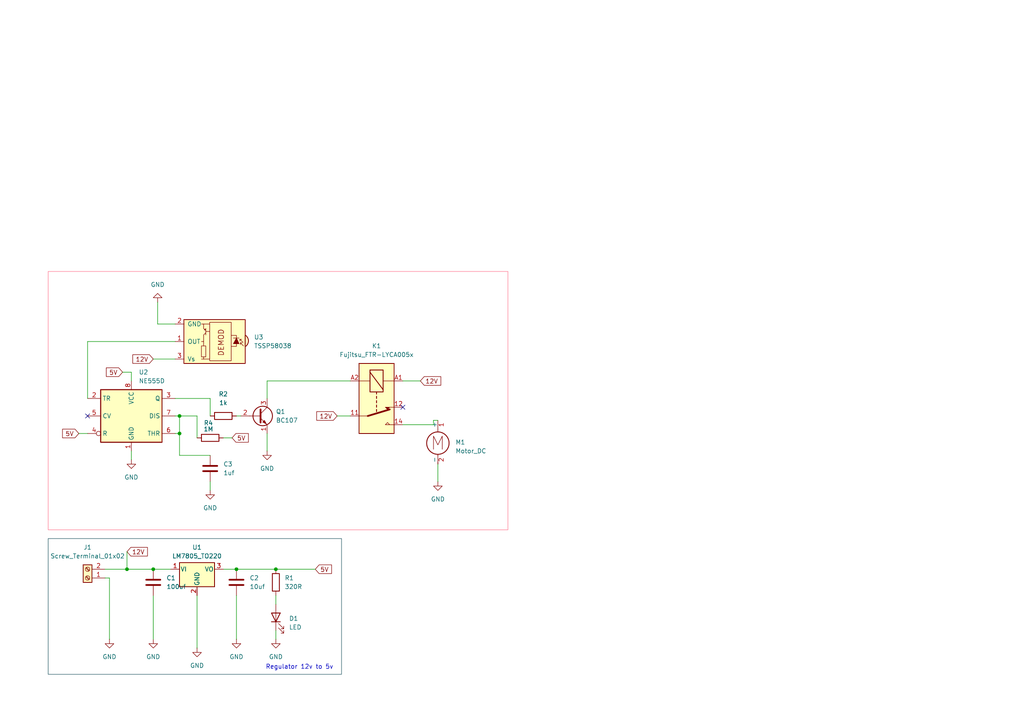
<source format=kicad_sch>
(kicad_sch
	(version 20250114)
	(generator "eeschema")
	(generator_version "9.0")
	(uuid "fbc91c46-a300-4a6a-b9ed-247fe8655149")
	(paper "A4")
	(lib_symbols
		(symbol "Connector:Screw_Terminal_01x02"
			(pin_names
				(offset 1.016)
				(hide yes)
			)
			(exclude_from_sim no)
			(in_bom yes)
			(on_board yes)
			(property "Reference" "J"
				(at 0 2.54 0)
				(effects
					(font
						(size 1.27 1.27)
					)
				)
			)
			(property "Value" "Screw_Terminal_01x02"
				(at 0 -5.08 0)
				(effects
					(font
						(size 1.27 1.27)
					)
				)
			)
			(property "Footprint" ""
				(at 0 0 0)
				(effects
					(font
						(size 1.27 1.27)
					)
					(hide yes)
				)
			)
			(property "Datasheet" "~"
				(at 0 0 0)
				(effects
					(font
						(size 1.27 1.27)
					)
					(hide yes)
				)
			)
			(property "Description" "Generic screw terminal, single row, 01x02, script generated (kicad-library-utils/schlib/autogen/connector/)"
				(at 0 0 0)
				(effects
					(font
						(size 1.27 1.27)
					)
					(hide yes)
				)
			)
			(property "ki_keywords" "screw terminal"
				(at 0 0 0)
				(effects
					(font
						(size 1.27 1.27)
					)
					(hide yes)
				)
			)
			(property "ki_fp_filters" "TerminalBlock*:*"
				(at 0 0 0)
				(effects
					(font
						(size 1.27 1.27)
					)
					(hide yes)
				)
			)
			(symbol "Screw_Terminal_01x02_1_1"
				(rectangle
					(start -1.27 1.27)
					(end 1.27 -3.81)
					(stroke
						(width 0.254)
						(type default)
					)
					(fill
						(type background)
					)
				)
				(polyline
					(pts
						(xy -0.5334 0.3302) (xy 0.3302 -0.508)
					)
					(stroke
						(width 0.1524)
						(type default)
					)
					(fill
						(type none)
					)
				)
				(polyline
					(pts
						(xy -0.5334 -2.2098) (xy 0.3302 -3.048)
					)
					(stroke
						(width 0.1524)
						(type default)
					)
					(fill
						(type none)
					)
				)
				(polyline
					(pts
						(xy -0.3556 0.508) (xy 0.508 -0.3302)
					)
					(stroke
						(width 0.1524)
						(type default)
					)
					(fill
						(type none)
					)
				)
				(polyline
					(pts
						(xy -0.3556 -2.032) (xy 0.508 -2.8702)
					)
					(stroke
						(width 0.1524)
						(type default)
					)
					(fill
						(type none)
					)
				)
				(circle
					(center 0 0)
					(radius 0.635)
					(stroke
						(width 0.1524)
						(type default)
					)
					(fill
						(type none)
					)
				)
				(circle
					(center 0 -2.54)
					(radius 0.635)
					(stroke
						(width 0.1524)
						(type default)
					)
					(fill
						(type none)
					)
				)
				(pin passive line
					(at -5.08 0 0)
					(length 3.81)
					(name "Pin_1"
						(effects
							(font
								(size 1.27 1.27)
							)
						)
					)
					(number "1"
						(effects
							(font
								(size 1.27 1.27)
							)
						)
					)
				)
				(pin passive line
					(at -5.08 -2.54 0)
					(length 3.81)
					(name "Pin_2"
						(effects
							(font
								(size 1.27 1.27)
							)
						)
					)
					(number "2"
						(effects
							(font
								(size 1.27 1.27)
							)
						)
					)
				)
			)
			(embedded_fonts no)
		)
		(symbol "Device:C"
			(pin_numbers
				(hide yes)
			)
			(pin_names
				(offset 0.254)
			)
			(exclude_from_sim no)
			(in_bom yes)
			(on_board yes)
			(property "Reference" "C"
				(at 0.635 2.54 0)
				(effects
					(font
						(size 1.27 1.27)
					)
					(justify left)
				)
			)
			(property "Value" "C"
				(at 0.635 -2.54 0)
				(effects
					(font
						(size 1.27 1.27)
					)
					(justify left)
				)
			)
			(property "Footprint" ""
				(at 0.9652 -3.81 0)
				(effects
					(font
						(size 1.27 1.27)
					)
					(hide yes)
				)
			)
			(property "Datasheet" "~"
				(at 0 0 0)
				(effects
					(font
						(size 1.27 1.27)
					)
					(hide yes)
				)
			)
			(property "Description" "Unpolarized capacitor"
				(at 0 0 0)
				(effects
					(font
						(size 1.27 1.27)
					)
					(hide yes)
				)
			)
			(property "ki_keywords" "cap capacitor"
				(at 0 0 0)
				(effects
					(font
						(size 1.27 1.27)
					)
					(hide yes)
				)
			)
			(property "ki_fp_filters" "C_*"
				(at 0 0 0)
				(effects
					(font
						(size 1.27 1.27)
					)
					(hide yes)
				)
			)
			(symbol "C_0_1"
				(polyline
					(pts
						(xy -2.032 0.762) (xy 2.032 0.762)
					)
					(stroke
						(width 0.508)
						(type default)
					)
					(fill
						(type none)
					)
				)
				(polyline
					(pts
						(xy -2.032 -0.762) (xy 2.032 -0.762)
					)
					(stroke
						(width 0.508)
						(type default)
					)
					(fill
						(type none)
					)
				)
			)
			(symbol "C_1_1"
				(pin passive line
					(at 0 3.81 270)
					(length 2.794)
					(name "~"
						(effects
							(font
								(size 1.27 1.27)
							)
						)
					)
					(number "1"
						(effects
							(font
								(size 1.27 1.27)
							)
						)
					)
				)
				(pin passive line
					(at 0 -3.81 90)
					(length 2.794)
					(name "~"
						(effects
							(font
								(size 1.27 1.27)
							)
						)
					)
					(number "2"
						(effects
							(font
								(size 1.27 1.27)
							)
						)
					)
				)
			)
			(embedded_fonts no)
		)
		(symbol "Device:LED"
			(pin_numbers
				(hide yes)
			)
			(pin_names
				(offset 1.016)
				(hide yes)
			)
			(exclude_from_sim no)
			(in_bom yes)
			(on_board yes)
			(property "Reference" "D"
				(at 0 2.54 0)
				(effects
					(font
						(size 1.27 1.27)
					)
				)
			)
			(property "Value" "LED"
				(at 0 -2.54 0)
				(effects
					(font
						(size 1.27 1.27)
					)
				)
			)
			(property "Footprint" ""
				(at 0 0 0)
				(effects
					(font
						(size 1.27 1.27)
					)
					(hide yes)
				)
			)
			(property "Datasheet" "~"
				(at 0 0 0)
				(effects
					(font
						(size 1.27 1.27)
					)
					(hide yes)
				)
			)
			(property "Description" "Light emitting diode"
				(at 0 0 0)
				(effects
					(font
						(size 1.27 1.27)
					)
					(hide yes)
				)
			)
			(property "Sim.Pins" "1=K 2=A"
				(at 0 0 0)
				(effects
					(font
						(size 1.27 1.27)
					)
					(hide yes)
				)
			)
			(property "ki_keywords" "LED diode"
				(at 0 0 0)
				(effects
					(font
						(size 1.27 1.27)
					)
					(hide yes)
				)
			)
			(property "ki_fp_filters" "LED* LED_SMD:* LED_THT:*"
				(at 0 0 0)
				(effects
					(font
						(size 1.27 1.27)
					)
					(hide yes)
				)
			)
			(symbol "LED_0_1"
				(polyline
					(pts
						(xy -3.048 -0.762) (xy -4.572 -2.286) (xy -3.81 -2.286) (xy -4.572 -2.286) (xy -4.572 -1.524)
					)
					(stroke
						(width 0)
						(type default)
					)
					(fill
						(type none)
					)
				)
				(polyline
					(pts
						(xy -1.778 -0.762) (xy -3.302 -2.286) (xy -2.54 -2.286) (xy -3.302 -2.286) (xy -3.302 -1.524)
					)
					(stroke
						(width 0)
						(type default)
					)
					(fill
						(type none)
					)
				)
				(polyline
					(pts
						(xy -1.27 0) (xy 1.27 0)
					)
					(stroke
						(width 0)
						(type default)
					)
					(fill
						(type none)
					)
				)
				(polyline
					(pts
						(xy -1.27 -1.27) (xy -1.27 1.27)
					)
					(stroke
						(width 0.254)
						(type default)
					)
					(fill
						(type none)
					)
				)
				(polyline
					(pts
						(xy 1.27 -1.27) (xy 1.27 1.27) (xy -1.27 0) (xy 1.27 -1.27)
					)
					(stroke
						(width 0.254)
						(type default)
					)
					(fill
						(type none)
					)
				)
			)
			(symbol "LED_1_1"
				(pin passive line
					(at -3.81 0 0)
					(length 2.54)
					(name "K"
						(effects
							(font
								(size 1.27 1.27)
							)
						)
					)
					(number "1"
						(effects
							(font
								(size 1.27 1.27)
							)
						)
					)
				)
				(pin passive line
					(at 3.81 0 180)
					(length 2.54)
					(name "A"
						(effects
							(font
								(size 1.27 1.27)
							)
						)
					)
					(number "2"
						(effects
							(font
								(size 1.27 1.27)
							)
						)
					)
				)
			)
			(embedded_fonts no)
		)
		(symbol "Device:R"
			(pin_numbers
				(hide yes)
			)
			(pin_names
				(offset 0)
			)
			(exclude_from_sim no)
			(in_bom yes)
			(on_board yes)
			(property "Reference" "R"
				(at 2.032 0 90)
				(effects
					(font
						(size 1.27 1.27)
					)
				)
			)
			(property "Value" "R"
				(at 0 0 90)
				(effects
					(font
						(size 1.27 1.27)
					)
				)
			)
			(property "Footprint" ""
				(at -1.778 0 90)
				(effects
					(font
						(size 1.27 1.27)
					)
					(hide yes)
				)
			)
			(property "Datasheet" "~"
				(at 0 0 0)
				(effects
					(font
						(size 1.27 1.27)
					)
					(hide yes)
				)
			)
			(property "Description" "Resistor"
				(at 0 0 0)
				(effects
					(font
						(size 1.27 1.27)
					)
					(hide yes)
				)
			)
			(property "ki_keywords" "R res resistor"
				(at 0 0 0)
				(effects
					(font
						(size 1.27 1.27)
					)
					(hide yes)
				)
			)
			(property "ki_fp_filters" "R_*"
				(at 0 0 0)
				(effects
					(font
						(size 1.27 1.27)
					)
					(hide yes)
				)
			)
			(symbol "R_0_1"
				(rectangle
					(start -1.016 -2.54)
					(end 1.016 2.54)
					(stroke
						(width 0.254)
						(type default)
					)
					(fill
						(type none)
					)
				)
			)
			(symbol "R_1_1"
				(pin passive line
					(at 0 3.81 270)
					(length 1.27)
					(name "~"
						(effects
							(font
								(size 1.27 1.27)
							)
						)
					)
					(number "1"
						(effects
							(font
								(size 1.27 1.27)
							)
						)
					)
				)
				(pin passive line
					(at 0 -3.81 90)
					(length 1.27)
					(name "~"
						(effects
							(font
								(size 1.27 1.27)
							)
						)
					)
					(number "2"
						(effects
							(font
								(size 1.27 1.27)
							)
						)
					)
				)
			)
			(embedded_fonts no)
		)
		(symbol "Motor:Motor_DC"
			(pin_names
				(offset 0)
			)
			(exclude_from_sim no)
			(in_bom yes)
			(on_board yes)
			(property "Reference" "M"
				(at 2.54 2.54 0)
				(effects
					(font
						(size 1.27 1.27)
					)
					(justify left)
				)
			)
			(property "Value" "Motor_DC"
				(at 2.54 -5.08 0)
				(effects
					(font
						(size 1.27 1.27)
					)
					(justify left top)
				)
			)
			(property "Footprint" ""
				(at 0 -2.286 0)
				(effects
					(font
						(size 1.27 1.27)
					)
					(hide yes)
				)
			)
			(property "Datasheet" "~"
				(at 0 -2.286 0)
				(effects
					(font
						(size 1.27 1.27)
					)
					(hide yes)
				)
			)
			(property "Description" "DC Motor"
				(at 0 0 0)
				(effects
					(font
						(size 1.27 1.27)
					)
					(hide yes)
				)
			)
			(property "ki_keywords" "DC Motor"
				(at 0 0 0)
				(effects
					(font
						(size 1.27 1.27)
					)
					(hide yes)
				)
			)
			(property "ki_fp_filters" "PinHeader*P2.54mm* TerminalBlock*"
				(at 0 0 0)
				(effects
					(font
						(size 1.27 1.27)
					)
					(hide yes)
				)
			)
			(symbol "Motor_DC_0_0"
				(polyline
					(pts
						(xy -1.27 -3.302) (xy -1.27 0.508) (xy 0 -2.032) (xy 1.27 0.508) (xy 1.27 -3.302)
					)
					(stroke
						(width 0)
						(type default)
					)
					(fill
						(type none)
					)
				)
			)
			(symbol "Motor_DC_0_1"
				(polyline
					(pts
						(xy 0 2.032) (xy 0 2.54)
					)
					(stroke
						(width 0)
						(type default)
					)
					(fill
						(type none)
					)
				)
				(polyline
					(pts
						(xy 0 1.7272) (xy 0 2.0828)
					)
					(stroke
						(width 0)
						(type default)
					)
					(fill
						(type none)
					)
				)
				(circle
					(center 0 -1.524)
					(radius 3.2512)
					(stroke
						(width 0.254)
						(type default)
					)
					(fill
						(type none)
					)
				)
				(polyline
					(pts
						(xy 0 -4.7752) (xy 0 -5.1816)
					)
					(stroke
						(width 0)
						(type default)
					)
					(fill
						(type none)
					)
				)
				(polyline
					(pts
						(xy 0 -7.62) (xy 0 -7.112)
					)
					(stroke
						(width 0)
						(type default)
					)
					(fill
						(type none)
					)
				)
			)
			(symbol "Motor_DC_1_1"
				(pin passive line
					(at 0 5.08 270)
					(length 2.54)
					(name "+"
						(effects
							(font
								(size 1.27 1.27)
							)
						)
					)
					(number "1"
						(effects
							(font
								(size 1.27 1.27)
							)
						)
					)
				)
				(pin passive line
					(at 0 -7.62 90)
					(length 2.54)
					(name "-"
						(effects
							(font
								(size 1.27 1.27)
							)
						)
					)
					(number "2"
						(effects
							(font
								(size 1.27 1.27)
							)
						)
					)
				)
			)
			(embedded_fonts no)
		)
		(symbol "Regulator_Linear:LM7805_TO220"
			(pin_names
				(offset 0.254)
			)
			(exclude_from_sim no)
			(in_bom yes)
			(on_board yes)
			(property "Reference" "U"
				(at -3.81 3.175 0)
				(effects
					(font
						(size 1.27 1.27)
					)
				)
			)
			(property "Value" "LM7805_TO220"
				(at 0 3.175 0)
				(effects
					(font
						(size 1.27 1.27)
					)
					(justify left)
				)
			)
			(property "Footprint" "Package_TO_SOT_THT:TO-220-3_Vertical"
				(at 0 5.715 0)
				(effects
					(font
						(size 1.27 1.27)
						(italic yes)
					)
					(hide yes)
				)
			)
			(property "Datasheet" "https://www.onsemi.cn/PowerSolutions/document/MC7800-D.PDF"
				(at 0 -1.27 0)
				(effects
					(font
						(size 1.27 1.27)
					)
					(hide yes)
				)
			)
			(property "Description" "Positive 1A 35V Linear Regulator, Fixed Output 5V, TO-220"
				(at 0 0 0)
				(effects
					(font
						(size 1.27 1.27)
					)
					(hide yes)
				)
			)
			(property "ki_keywords" "Voltage Regulator 1A Positive"
				(at 0 0 0)
				(effects
					(font
						(size 1.27 1.27)
					)
					(hide yes)
				)
			)
			(property "ki_fp_filters" "TO?220*"
				(at 0 0 0)
				(effects
					(font
						(size 1.27 1.27)
					)
					(hide yes)
				)
			)
			(symbol "LM7805_TO220_0_1"
				(rectangle
					(start -5.08 1.905)
					(end 5.08 -5.08)
					(stroke
						(width 0.254)
						(type default)
					)
					(fill
						(type background)
					)
				)
			)
			(symbol "LM7805_TO220_1_1"
				(pin power_in line
					(at -7.62 0 0)
					(length 2.54)
					(name "VI"
						(effects
							(font
								(size 1.27 1.27)
							)
						)
					)
					(number "1"
						(effects
							(font
								(size 1.27 1.27)
							)
						)
					)
				)
				(pin power_in line
					(at 0 -7.62 90)
					(length 2.54)
					(name "GND"
						(effects
							(font
								(size 1.27 1.27)
							)
						)
					)
					(number "2"
						(effects
							(font
								(size 1.27 1.27)
							)
						)
					)
				)
				(pin power_out line
					(at 7.62 0 180)
					(length 2.54)
					(name "VO"
						(effects
							(font
								(size 1.27 1.27)
							)
						)
					)
					(number "3"
						(effects
							(font
								(size 1.27 1.27)
							)
						)
					)
				)
			)
			(embedded_fonts no)
		)
		(symbol "Relay:Fujitsu_FTR-LYCA005x"
			(exclude_from_sim no)
			(in_bom yes)
			(on_board yes)
			(property "Reference" "K"
				(at 11.43 3.81 0)
				(effects
					(font
						(size 1.27 1.27)
					)
					(justify left)
				)
			)
			(property "Value" "Fujitsu_FTR-LYCA005x"
				(at 11.43 1.27 0)
				(effects
					(font
						(size 1.27 1.27)
					)
					(justify left)
				)
			)
			(property "Footprint" "Relay_THT:Relay_SPDT_Fujitsu_FTR-LYCA005x_FormC_Vertical"
				(at 11.43 -1.27 0)
				(effects
					(font
						(size 1.27 1.27)
					)
					(justify left)
					(hide yes)
				)
			)
			(property "Datasheet" "https://www.fujitsu.com/sg/imagesgig5/ftr-ly.pdf"
				(at 16.51 -3.81 0)
				(effects
					(font
						(size 1.27 1.27)
					)
					(justify left)
					(hide yes)
				)
			)
			(property "Description" "Relay, SPDT Form C, vertical mount, 5-60V coil, 6A, 250VAC, 28 x 5 x 15mm"
				(at 0 0 0)
				(effects
					(font
						(size 1.27 1.27)
					)
					(hide yes)
				)
			)
			(property "ki_keywords" "6A SPDT Relay"
				(at 0 0 0)
				(effects
					(font
						(size 1.27 1.27)
					)
					(hide yes)
				)
			)
			(property "ki_fp_filters" "Relay*Fujitsu*FTR?LYC*"
				(at 0 0 0)
				(effects
					(font
						(size 1.27 1.27)
					)
					(hide yes)
				)
			)
			(symbol "Fujitsu_FTR-LYCA005x_0_0"
				(polyline
					(pts
						(xy 7.62 5.08) (xy 7.62 2.54) (xy 6.985 3.175) (xy 7.62 3.81)
					)
					(stroke
						(width 0)
						(type default)
					)
					(fill
						(type none)
					)
				)
			)
			(symbol "Fujitsu_FTR-LYCA005x_0_1"
				(rectangle
					(start -10.16 5.08)
					(end 10.16 -5.08)
					(stroke
						(width 0.254)
						(type default)
					)
					(fill
						(type background)
					)
				)
				(rectangle
					(start -8.255 1.905)
					(end -1.905 -1.905)
					(stroke
						(width 0.254)
						(type default)
					)
					(fill
						(type none)
					)
				)
				(polyline
					(pts
						(xy -7.62 -1.905) (xy -2.54 1.905)
					)
					(stroke
						(width 0.254)
						(type default)
					)
					(fill
						(type none)
					)
				)
				(polyline
					(pts
						(xy -5.08 5.08) (xy -5.08 1.905)
					)
					(stroke
						(width 0)
						(type default)
					)
					(fill
						(type none)
					)
				)
				(polyline
					(pts
						(xy -5.08 -5.08) (xy -5.08 -1.905)
					)
					(stroke
						(width 0)
						(type default)
					)
					(fill
						(type none)
					)
				)
				(polyline
					(pts
						(xy -1.905 0) (xy -1.27 0)
					)
					(stroke
						(width 0.254)
						(type default)
					)
					(fill
						(type none)
					)
				)
				(polyline
					(pts
						(xy -0.635 0) (xy 0 0)
					)
					(stroke
						(width 0.254)
						(type default)
					)
					(fill
						(type none)
					)
				)
				(polyline
					(pts
						(xy 0.635 0) (xy 1.27 0)
					)
					(stroke
						(width 0.254)
						(type default)
					)
					(fill
						(type none)
					)
				)
				(polyline
					(pts
						(xy 1.905 0) (xy 2.54 0)
					)
					(stroke
						(width 0.254)
						(type default)
					)
					(fill
						(type none)
					)
				)
				(polyline
					(pts
						(xy 2.54 5.08) (xy 2.54 2.54) (xy 3.175 3.175) (xy 2.54 3.81)
					)
					(stroke
						(width 0)
						(type default)
					)
					(fill
						(type outline)
					)
				)
				(polyline
					(pts
						(xy 3.175 0) (xy 3.81 0)
					)
					(stroke
						(width 0.254)
						(type default)
					)
					(fill
						(type none)
					)
				)
				(polyline
					(pts
						(xy 5.08 -2.54) (xy 3.175 3.81)
					)
					(stroke
						(width 0.508)
						(type default)
					)
					(fill
						(type none)
					)
				)
				(polyline
					(pts
						(xy 5.08 -2.54) (xy 5.08 -5.08)
					)
					(stroke
						(width 0)
						(type default)
					)
					(fill
						(type none)
					)
				)
			)
			(symbol "Fujitsu_FTR-LYCA005x_1_1"
				(pin passive line
					(at -5.08 7.62 270)
					(length 2.54)
					(name "~"
						(effects
							(font
								(size 1.27 1.27)
							)
						)
					)
					(number "A1"
						(effects
							(font
								(size 1.27 1.27)
							)
						)
					)
				)
				(pin passive line
					(at -5.08 -7.62 90)
					(length 2.54)
					(name "~"
						(effects
							(font
								(size 1.27 1.27)
							)
						)
					)
					(number "A2"
						(effects
							(font
								(size 1.27 1.27)
							)
						)
					)
				)
				(pin passive line
					(at 2.54 7.62 270)
					(length 2.54)
					(name "~"
						(effects
							(font
								(size 1.27 1.27)
							)
						)
					)
					(number "12"
						(effects
							(font
								(size 1.27 1.27)
							)
						)
					)
				)
				(pin passive line
					(at 5.08 -7.62 90)
					(length 2.54)
					(name "~"
						(effects
							(font
								(size 1.27 1.27)
							)
						)
					)
					(number "11"
						(effects
							(font
								(size 1.27 1.27)
							)
						)
					)
				)
				(pin passive line
					(at 7.62 7.62 270)
					(length 2.54)
					(name "~"
						(effects
							(font
								(size 1.27 1.27)
							)
						)
					)
					(number "14"
						(effects
							(font
								(size 1.27 1.27)
							)
						)
					)
				)
			)
			(embedded_fonts no)
		)
		(symbol "Sensor_Proximity:TSSP58038"
			(pin_names
				(offset 1.016)
			)
			(exclude_from_sim no)
			(in_bom yes)
			(on_board yes)
			(property "Reference" "U"
				(at -10.16 7.62 0)
				(effects
					(font
						(size 1.27 1.27)
					)
					(justify left)
				)
			)
			(property "Value" "TSSP58038"
				(at -10.16 -7.62 0)
				(effects
					(font
						(size 1.27 1.27)
					)
					(justify left)
				)
			)
			(property "Footprint" "OptoDevice:Vishay_MINICAST-3Pin"
				(at -1.27 -9.525 0)
				(effects
					(font
						(size 1.27 1.27)
					)
					(hide yes)
				)
			)
			(property "Datasheet" "http://www.vishay.com/docs/82476/tssp58p38.pdf"
				(at 16.51 7.62 0)
				(effects
					(font
						(size 1.27 1.27)
					)
					(hide yes)
				)
			)
			(property "Description" "IR Detector for Mid Range Proximity Sensor"
				(at 0 0 0)
				(effects
					(font
						(size 1.27 1.27)
					)
					(hide yes)
				)
			)
			(property "ki_keywords" "opto IR receiver proximity sensor"
				(at 0 0 0)
				(effects
					(font
						(size 1.27 1.27)
					)
					(hide yes)
				)
			)
			(property "ki_fp_filters" "Vishay*MINICAST*"
				(at 0 0 0)
				(effects
					(font
						(size 1.27 1.27)
					)
					(hide yes)
				)
			)
			(symbol "TSSP58038_0_0"
				(arc
					(start -10.287 -1.778)
					(mid -11.0899 -0.1905)
					(end -10.287 1.397)
					(stroke
						(width 0.254)
						(type default)
					)
					(fill
						(type background)
					)
				)
				(polyline
					(pts
						(xy 1.905 5.08) (xy 0.127 5.08)
					)
					(stroke
						(width 0)
						(type default)
					)
					(fill
						(type none)
					)
				)
				(polyline
					(pts
						(xy 1.905 -5.08) (xy 0.127 -5.08)
					)
					(stroke
						(width 0)
						(type default)
					)
					(fill
						(type none)
					)
				)
				(text "DEMOD"
					(at -3.175 0.254 900)
					(effects
						(font
							(size 1.524 1.524)
						)
					)
				)
			)
			(symbol "TSSP58038_0_1"
				(polyline
					(pts
						(xy -8.763 0.381) (xy -9.652 1.27)
					)
					(stroke
						(width 0)
						(type default)
					)
					(fill
						(type none)
					)
				)
				(polyline
					(pts
						(xy -8.763 0.381) (xy -9.271 0.381)
					)
					(stroke
						(width 0)
						(type default)
					)
					(fill
						(type none)
					)
				)
				(polyline
					(pts
						(xy -8.763 0.381) (xy -8.763 0.889)
					)
					(stroke
						(width 0)
						(type default)
					)
					(fill
						(type none)
					)
				)
				(polyline
					(pts
						(xy -8.636 -0.635) (xy -9.525 0.254)
					)
					(stroke
						(width 0)
						(type default)
					)
					(fill
						(type none)
					)
				)
				(polyline
					(pts
						(xy -8.636 -0.635) (xy -9.144 -0.635)
					)
					(stroke
						(width 0)
						(type default)
					)
					(fill
						(type none)
					)
				)
				(polyline
					(pts
						(xy -8.636 -0.635) (xy -8.636 -0.127)
					)
					(stroke
						(width 0)
						(type default)
					)
					(fill
						(type none)
					)
				)
				(polyline
					(pts
						(xy -8.382 0.635) (xy -6.731 0.635) (xy -7.62 -1.016) (xy -8.382 0.635)
					)
					(stroke
						(width 0)
						(type default)
					)
					(fill
						(type outline)
					)
				)
				(polyline
					(pts
						(xy -8.382 -1.016) (xy -6.731 -1.016)
					)
					(stroke
						(width 0)
						(type default)
					)
					(fill
						(type none)
					)
				)
				(rectangle
					(start -6.096 5.588)
					(end 0.127 -5.588)
					(stroke
						(width 0)
						(type default)
					)
					(fill
						(type none)
					)
				)
				(polyline
					(pts
						(xy -6.096 1.397) (xy -7.62 1.397) (xy -7.62 -1.778) (xy -6.096 -1.778)
					)
					(stroke
						(width 0)
						(type default)
					)
					(fill
						(type none)
					)
				)
				(polyline
					(pts
						(xy 1.27 -1.905) (xy 1.27 -3.81)
					)
					(stroke
						(width 0)
						(type default)
					)
					(fill
						(type none)
					)
				)
				(polyline
					(pts
						(xy 1.27 -2.54) (xy 1.905 -1.905) (xy 1.905 0) (xy 2.54 0)
					)
					(stroke
						(width 0)
						(type default)
					)
					(fill
						(type none)
					)
				)
				(polyline
					(pts
						(xy 1.27 -2.921) (xy 0.127 -2.921)
					)
					(stroke
						(width 0)
						(type default)
					)
					(fill
						(type none)
					)
				)
				(polyline
					(pts
						(xy 1.27 -3.175) (xy 1.905 -3.81) (xy 1.905 -5.08) (xy 2.54 -5.08)
					)
					(stroke
						(width 0)
						(type default)
					)
					(fill
						(type none)
					)
				)
				(polyline
					(pts
						(xy 1.397 -3.556) (xy 1.524 -3.556)
					)
					(stroke
						(width 0)
						(type default)
					)
					(fill
						(type none)
					)
				)
				(polyline
					(pts
						(xy 1.651 -3.556) (xy 1.524 -3.556)
					)
					(stroke
						(width 0)
						(type default)
					)
					(fill
						(type none)
					)
				)
				(polyline
					(pts
						(xy 1.651 -3.556) (xy 1.651 -3.302)
					)
					(stroke
						(width 0)
						(type default)
					)
					(fill
						(type none)
					)
				)
				(polyline
					(pts
						(xy 1.905 4.445) (xy 1.905 5.08) (xy 2.54 5.08)
					)
					(stroke
						(width 0)
						(type default)
					)
					(fill
						(type none)
					)
				)
				(polyline
					(pts
						(xy 1.905 0) (xy 1.905 1.27)
					)
					(stroke
						(width 0)
						(type default)
					)
					(fill
						(type none)
					)
				)
				(rectangle
					(start 2.54 1.27)
					(end 1.27 4.445)
					(stroke
						(width 0)
						(type default)
					)
					(fill
						(type none)
					)
				)
				(rectangle
					(start 7.62 6.35)
					(end -10.16 -6.35)
					(stroke
						(width 0.254)
						(type default)
					)
					(fill
						(type background)
					)
				)
			)
			(symbol "TSSP58038_1_1"
				(pin power_in line
					(at 10.16 5.08 180)
					(length 2.54)
					(name "Vs"
						(effects
							(font
								(size 1.27 1.27)
							)
						)
					)
					(number "3"
						(effects
							(font
								(size 1.27 1.27)
							)
						)
					)
				)
				(pin output line
					(at 10.16 0 180)
					(length 2.54)
					(name "OUT"
						(effects
							(font
								(size 1.27 1.27)
							)
						)
					)
					(number "1"
						(effects
							(font
								(size 1.27 1.27)
							)
						)
					)
				)
				(pin power_in line
					(at 10.16 -5.08 180)
					(length 2.54)
					(name "GND"
						(effects
							(font
								(size 1.27 1.27)
							)
						)
					)
					(number "2"
						(effects
							(font
								(size 1.27 1.27)
							)
						)
					)
				)
			)
			(embedded_fonts no)
		)
		(symbol "Timer:NE555D"
			(exclude_from_sim no)
			(in_bom yes)
			(on_board yes)
			(property "Reference" "U"
				(at -10.16 8.89 0)
				(effects
					(font
						(size 1.27 1.27)
					)
					(justify left)
				)
			)
			(property "Value" "NE555D"
				(at 2.54 8.89 0)
				(effects
					(font
						(size 1.27 1.27)
					)
					(justify left)
				)
			)
			(property "Footprint" "Package_SO:SOIC-8_3.9x4.9mm_P1.27mm"
				(at 21.59 -10.16 0)
				(effects
					(font
						(size 1.27 1.27)
					)
					(hide yes)
				)
			)
			(property "Datasheet" "http://www.ti.com/lit/ds/symlink/ne555.pdf"
				(at 21.59 -10.16 0)
				(effects
					(font
						(size 1.27 1.27)
					)
					(hide yes)
				)
			)
			(property "Description" "Precision Timers, 555 compatible, SOIC-8"
				(at 0 0 0)
				(effects
					(font
						(size 1.27 1.27)
					)
					(hide yes)
				)
			)
			(property "ki_keywords" "single timer 555"
				(at 0 0 0)
				(effects
					(font
						(size 1.27 1.27)
					)
					(hide yes)
				)
			)
			(property "ki_fp_filters" "SOIC*3.9x4.9mm*P1.27mm*"
				(at 0 0 0)
				(effects
					(font
						(size 1.27 1.27)
					)
					(hide yes)
				)
			)
			(symbol "NE555D_0_0"
				(pin power_in line
					(at 0 10.16 270)
					(length 2.54)
					(name "VCC"
						(effects
							(font
								(size 1.27 1.27)
							)
						)
					)
					(number "8"
						(effects
							(font
								(size 1.27 1.27)
							)
						)
					)
				)
				(pin power_in line
					(at 0 -10.16 90)
					(length 2.54)
					(name "GND"
						(effects
							(font
								(size 1.27 1.27)
							)
						)
					)
					(number "1"
						(effects
							(font
								(size 1.27 1.27)
							)
						)
					)
				)
			)
			(symbol "NE555D_0_1"
				(rectangle
					(start -8.89 -7.62)
					(end 8.89 7.62)
					(stroke
						(width 0.254)
						(type default)
					)
					(fill
						(type background)
					)
				)
				(rectangle
					(start -8.89 -7.62)
					(end 8.89 7.62)
					(stroke
						(width 0.254)
						(type default)
					)
					(fill
						(type background)
					)
				)
			)
			(symbol "NE555D_1_1"
				(pin input line
					(at -12.7 5.08 0)
					(length 3.81)
					(name "TR"
						(effects
							(font
								(size 1.27 1.27)
							)
						)
					)
					(number "2"
						(effects
							(font
								(size 1.27 1.27)
							)
						)
					)
				)
				(pin input line
					(at -12.7 0 0)
					(length 3.81)
					(name "CV"
						(effects
							(font
								(size 1.27 1.27)
							)
						)
					)
					(number "5"
						(effects
							(font
								(size 1.27 1.27)
							)
						)
					)
				)
				(pin input inverted
					(at -12.7 -5.08 0)
					(length 3.81)
					(name "R"
						(effects
							(font
								(size 1.27 1.27)
							)
						)
					)
					(number "4"
						(effects
							(font
								(size 1.27 1.27)
							)
						)
					)
				)
				(pin output line
					(at 12.7 5.08 180)
					(length 3.81)
					(name "Q"
						(effects
							(font
								(size 1.27 1.27)
							)
						)
					)
					(number "3"
						(effects
							(font
								(size 1.27 1.27)
							)
						)
					)
				)
				(pin input line
					(at 12.7 0 180)
					(length 3.81)
					(name "DIS"
						(effects
							(font
								(size 1.27 1.27)
							)
						)
					)
					(number "7"
						(effects
							(font
								(size 1.27 1.27)
							)
						)
					)
				)
				(pin input line
					(at 12.7 -5.08 180)
					(length 3.81)
					(name "THR"
						(effects
							(font
								(size 1.27 1.27)
							)
						)
					)
					(number "6"
						(effects
							(font
								(size 1.27 1.27)
							)
						)
					)
				)
			)
			(embedded_fonts no)
		)
		(symbol "Transistor_BJT:BC107"
			(pin_names
				(offset 0)
				(hide yes)
			)
			(exclude_from_sim no)
			(in_bom yes)
			(on_board yes)
			(property "Reference" "Q"
				(at 5.08 1.905 0)
				(effects
					(font
						(size 1.27 1.27)
					)
					(justify left)
				)
			)
			(property "Value" "BC107"
				(at 5.08 0 0)
				(effects
					(font
						(size 1.27 1.27)
					)
					(justify left)
				)
			)
			(property "Footprint" "Package_TO_SOT_THT:TO-18-3"
				(at 5.08 -1.905 0)
				(effects
					(font
						(size 1.27 1.27)
						(italic yes)
					)
					(justify left)
					(hide yes)
				)
			)
			(property "Datasheet" "http://www.b-kainka.de/Daten/Transistor/BC108.pdf"
				(at 0 0 0)
				(effects
					(font
						(size 1.27 1.27)
					)
					(justify left)
					(hide yes)
				)
			)
			(property "Description" "0.1A Ic, 50V Vce, Low Noise General Purpose NPN Transistor, TO-18"
				(at 0 0 0)
				(effects
					(font
						(size 1.27 1.27)
					)
					(hide yes)
				)
			)
			(property "ki_keywords" "NPN low noise transistor"
				(at 0 0 0)
				(effects
					(font
						(size 1.27 1.27)
					)
					(hide yes)
				)
			)
			(property "ki_fp_filters" "TO?18*"
				(at 0 0 0)
				(effects
					(font
						(size 1.27 1.27)
					)
					(hide yes)
				)
			)
			(symbol "BC107_0_1"
				(polyline
					(pts
						(xy -2.54 0) (xy 0.635 0)
					)
					(stroke
						(width 0)
						(type default)
					)
					(fill
						(type none)
					)
				)
				(polyline
					(pts
						(xy 0.635 1.905) (xy 0.635 -1.905)
					)
					(stroke
						(width 0.508)
						(type default)
					)
					(fill
						(type none)
					)
				)
				(circle
					(center 1.27 0)
					(radius 2.8194)
					(stroke
						(width 0.254)
						(type default)
					)
					(fill
						(type none)
					)
				)
			)
			(symbol "BC107_1_1"
				(polyline
					(pts
						(xy 0.635 0.635) (xy 2.54 2.54)
					)
					(stroke
						(width 0)
						(type default)
					)
					(fill
						(type none)
					)
				)
				(polyline
					(pts
						(xy 0.635 -0.635) (xy 2.54 -2.54)
					)
					(stroke
						(width 0)
						(type default)
					)
					(fill
						(type none)
					)
				)
				(polyline
					(pts
						(xy 1.27 -1.778) (xy 1.778 -1.27) (xy 2.286 -2.286) (xy 1.27 -1.778)
					)
					(stroke
						(width 0)
						(type default)
					)
					(fill
						(type outline)
					)
				)
				(pin input line
					(at -5.08 0 0)
					(length 2.54)
					(name "B"
						(effects
							(font
								(size 1.27 1.27)
							)
						)
					)
					(number "2"
						(effects
							(font
								(size 1.27 1.27)
							)
						)
					)
				)
				(pin passive line
					(at 2.54 5.08 270)
					(length 2.54)
					(name "C"
						(effects
							(font
								(size 1.27 1.27)
							)
						)
					)
					(number "3"
						(effects
							(font
								(size 1.27 1.27)
							)
						)
					)
				)
				(pin passive line
					(at 2.54 -5.08 90)
					(length 2.54)
					(name "E"
						(effects
							(font
								(size 1.27 1.27)
							)
						)
					)
					(number "1"
						(effects
							(font
								(size 1.27 1.27)
							)
						)
					)
				)
			)
			(embedded_fonts no)
		)
		(symbol "power:GND"
			(power)
			(pin_numbers
				(hide yes)
			)
			(pin_names
				(offset 0)
				(hide yes)
			)
			(exclude_from_sim no)
			(in_bom yes)
			(on_board yes)
			(property "Reference" "#PWR"
				(at 0 -6.35 0)
				(effects
					(font
						(size 1.27 1.27)
					)
					(hide yes)
				)
			)
			(property "Value" "GND"
				(at 0 -3.81 0)
				(effects
					(font
						(size 1.27 1.27)
					)
				)
			)
			(property "Footprint" ""
				(at 0 0 0)
				(effects
					(font
						(size 1.27 1.27)
					)
					(hide yes)
				)
			)
			(property "Datasheet" ""
				(at 0 0 0)
				(effects
					(font
						(size 1.27 1.27)
					)
					(hide yes)
				)
			)
			(property "Description" "Power symbol creates a global label with name \"GND\" , ground"
				(at 0 0 0)
				(effects
					(font
						(size 1.27 1.27)
					)
					(hide yes)
				)
			)
			(property "ki_keywords" "global power"
				(at 0 0 0)
				(effects
					(font
						(size 1.27 1.27)
					)
					(hide yes)
				)
			)
			(symbol "GND_0_1"
				(polyline
					(pts
						(xy 0 0) (xy 0 -1.27) (xy 1.27 -1.27) (xy 0 -2.54) (xy -1.27 -1.27) (xy 0 -1.27)
					)
					(stroke
						(width 0)
						(type default)
					)
					(fill
						(type none)
					)
				)
			)
			(symbol "GND_1_1"
				(pin power_in line
					(at 0 0 270)
					(length 0)
					(name "~"
						(effects
							(font
								(size 1.27 1.27)
							)
						)
					)
					(number "1"
						(effects
							(font
								(size 1.27 1.27)
							)
						)
					)
				)
			)
			(embedded_fonts no)
		)
	)
	(text "Regulator 12v to 5v\n"
		(exclude_from_sim no)
		(at 86.868 193.548 0)
		(effects
			(font
				(size 1.27 1.27)
			)
		)
		(uuid "ccccb823-8be8-46a8-b78d-230887d7883f")
	)
	(junction
		(at 52.07 125.73)
		(diameter 0)
		(color 0 0 0 0)
		(uuid "12de963a-e9f2-4142-a4f7-f062fc753794")
	)
	(junction
		(at 52.07 120.65)
		(diameter 0)
		(color 0 0 0 0)
		(uuid "2223b8d5-849d-4d5e-87ff-95c794e59a5c")
	)
	(junction
		(at 36.83 165.1)
		(diameter 0)
		(color 0 0 0 0)
		(uuid "5e510b9b-0001-42dc-9352-ff38aff94185")
	)
	(junction
		(at 44.45 165.1)
		(diameter 0)
		(color 0 0 0 0)
		(uuid "c7636aaf-3b69-4099-a7fd-e3489f1e9f37")
	)
	(junction
		(at 68.58 165.1)
		(diameter 0)
		(color 0 0 0 0)
		(uuid "e0d04aee-8d04-453b-a7a1-d49385f23195")
	)
	(junction
		(at 80.01 165.1)
		(diameter 0)
		(color 0 0 0 0)
		(uuid "f14419ff-ffeb-4959-baf7-17eb1e385d35")
	)
	(no_connect
		(at 25.4 120.65)
		(uuid "01558748-87ab-4a1e-8864-ae8af7d7ee5d")
	)
	(no_connect
		(at 116.84 118.11)
		(uuid "03920c2c-28c0-43ed-ab72-557d0e89f02f")
	)
	(wire
		(pts
			(xy 36.83 160.02) (xy 36.83 165.1)
		)
		(stroke
			(width 0)
			(type default)
		)
		(uuid "0215d2fd-a3dd-43d9-9b2d-d6a379373a08")
	)
	(wire
		(pts
			(xy 97.79 120.65) (xy 101.6 120.65)
		)
		(stroke
			(width 0)
			(type default)
		)
		(uuid "03f0511f-3781-4539-927f-f5d79f3860d5")
	)
	(wire
		(pts
			(xy 116.84 110.49) (xy 121.92 110.49)
		)
		(stroke
			(width 0)
			(type default)
		)
		(uuid "12cbbc38-4383-4df6-8ddf-15489d8e859d")
	)
	(wire
		(pts
			(xy 64.77 165.1) (xy 68.58 165.1)
		)
		(stroke
			(width 0)
			(type default)
		)
		(uuid "15066436-8b23-467d-ae7c-3a428b676f57")
	)
	(wire
		(pts
			(xy 44.45 165.1) (xy 49.53 165.1)
		)
		(stroke
			(width 0)
			(type default)
		)
		(uuid "1bc49399-2f47-44f1-bb9f-9419f12ff527")
	)
	(wire
		(pts
			(xy 52.07 125.73) (xy 52.07 120.65)
		)
		(stroke
			(width 0)
			(type default)
		)
		(uuid "23e5c32c-7078-4222-9299-6af028b350d6")
	)
	(wire
		(pts
			(xy 68.58 120.65) (xy 69.85 120.65)
		)
		(stroke
			(width 0)
			(type default)
		)
		(uuid "2b405830-d85b-4708-aebe-04f5c33f5e17")
	)
	(wire
		(pts
			(xy 45.72 93.98) (xy 45.72 87.63)
		)
		(stroke
			(width 0)
			(type default)
		)
		(uuid "3195856a-bb66-47a6-a4dd-2a1b4d497100")
	)
	(wire
		(pts
			(xy 35.56 107.95) (xy 38.1 107.95)
		)
		(stroke
			(width 0)
			(type default)
		)
		(uuid "35413d24-d4eb-45d6-a2db-5d6519a4befd")
	)
	(wire
		(pts
			(xy 57.15 120.65) (xy 57.15 127)
		)
		(stroke
			(width 0)
			(type default)
		)
		(uuid "40f132c8-0bc4-4525-bda0-460f20ad0b97")
	)
	(wire
		(pts
			(xy 80.01 182.88) (xy 80.01 185.42)
		)
		(stroke
			(width 0)
			(type default)
		)
		(uuid "46ba3b9c-87be-46dd-bbcc-1d0753cc0520")
	)
	(wire
		(pts
			(xy 77.47 125.73) (xy 77.47 130.81)
		)
		(stroke
			(width 0)
			(type default)
		)
		(uuid "471baf0c-9bed-4cdf-95fc-d46dc9bb8911")
	)
	(wire
		(pts
			(xy 50.8 93.98) (xy 45.72 93.98)
		)
		(stroke
			(width 0)
			(type default)
		)
		(uuid "5cf1a823-6eca-486d-9feb-dc808f3ef1ce")
	)
	(wire
		(pts
			(xy 125.73 121.92) (xy 127 121.92)
		)
		(stroke
			(width 0)
			(type default)
		)
		(uuid "5e371ffa-5d95-4f35-b2ed-443efb2a8ac3")
	)
	(wire
		(pts
			(xy 25.4 115.57) (xy 25.4 99.06)
		)
		(stroke
			(width 0)
			(type default)
		)
		(uuid "63e48a71-9e97-41f7-afc3-e1cd39cb7629")
	)
	(wire
		(pts
			(xy 31.75 167.64) (xy 30.48 167.64)
		)
		(stroke
			(width 0)
			(type default)
		)
		(uuid "65192ff1-62e8-40ba-b306-03304e4cc58a")
	)
	(wire
		(pts
			(xy 25.4 99.06) (xy 50.8 99.06)
		)
		(stroke
			(width 0)
			(type default)
		)
		(uuid "6af40419-0b4e-4512-a289-502edc471ef4")
	)
	(wire
		(pts
			(xy 60.96 115.57) (xy 60.96 120.65)
		)
		(stroke
			(width 0)
			(type default)
		)
		(uuid "71a3799f-ea4d-4df6-997c-06679caddc7b")
	)
	(wire
		(pts
			(xy 30.48 165.1) (xy 36.83 165.1)
		)
		(stroke
			(width 0)
			(type default)
		)
		(uuid "76c502b2-09f5-43b7-8192-7c714bdf7676")
	)
	(wire
		(pts
			(xy 60.96 139.7) (xy 60.96 142.24)
		)
		(stroke
			(width 0)
			(type default)
		)
		(uuid "80a46dff-141f-454f-ac34-f29cdb2e88e6")
	)
	(wire
		(pts
			(xy 38.1 130.81) (xy 38.1 133.35)
		)
		(stroke
			(width 0)
			(type default)
		)
		(uuid "95d2ad1c-8ba7-470c-bc6d-92aa59d40c9c")
	)
	(wire
		(pts
			(xy 125.73 123.19) (xy 125.73 121.92)
		)
		(stroke
			(width 0)
			(type default)
		)
		(uuid "9931348d-2eee-4a03-a661-b1d61834194b")
	)
	(wire
		(pts
			(xy 50.8 125.73) (xy 52.07 125.73)
		)
		(stroke
			(width 0)
			(type default)
		)
		(uuid "9ef23aac-92c0-44a6-8336-bff8b6c3a754")
	)
	(wire
		(pts
			(xy 80.01 165.1) (xy 91.44 165.1)
		)
		(stroke
			(width 0)
			(type default)
		)
		(uuid "a9f56ab2-780e-4f8c-bf1e-0e581cec7340")
	)
	(wire
		(pts
			(xy 38.1 110.49) (xy 38.1 107.95)
		)
		(stroke
			(width 0)
			(type default)
		)
		(uuid "afc7341e-b802-44a8-a270-9d875034cbaf")
	)
	(wire
		(pts
			(xy 52.07 120.65) (xy 57.15 120.65)
		)
		(stroke
			(width 0)
			(type default)
		)
		(uuid "b3b9a20b-68c1-4d51-85b3-11ace095cea0")
	)
	(wire
		(pts
			(xy 50.8 120.65) (xy 52.07 120.65)
		)
		(stroke
			(width 0)
			(type default)
		)
		(uuid "b742f25a-4997-4975-9f82-f2b20c1fc90c")
	)
	(wire
		(pts
			(xy 57.15 172.72) (xy 57.15 187.96)
		)
		(stroke
			(width 0)
			(type default)
		)
		(uuid "bac66ac7-c98e-4d2a-b008-0739a4339402")
	)
	(wire
		(pts
			(xy 68.58 172.72) (xy 68.58 185.42)
		)
		(stroke
			(width 0)
			(type default)
		)
		(uuid "bd670091-7529-4bb5-8e96-89a53ba1ce57")
	)
	(wire
		(pts
			(xy 44.45 172.72) (xy 44.45 185.42)
		)
		(stroke
			(width 0)
			(type default)
		)
		(uuid "c330d41a-0c2b-4f73-92d5-bd116c709faf")
	)
	(wire
		(pts
			(xy 22.86 125.73) (xy 25.4 125.73)
		)
		(stroke
			(width 0)
			(type default)
		)
		(uuid "ca58a1bd-7780-40c2-8cf6-cc32c6368881")
	)
	(wire
		(pts
			(xy 36.83 165.1) (xy 44.45 165.1)
		)
		(stroke
			(width 0)
			(type default)
		)
		(uuid "d067e607-5a4f-440f-8548-b51cf7013260")
	)
	(wire
		(pts
			(xy 116.84 123.19) (xy 125.73 123.19)
		)
		(stroke
			(width 0)
			(type default)
		)
		(uuid "d2900d78-6151-47b2-a8ab-a815de693b0d")
	)
	(wire
		(pts
			(xy 77.47 115.57) (xy 77.47 110.49)
		)
		(stroke
			(width 0)
			(type default)
		)
		(uuid "d4f673c5-6a0c-4274-8859-b979b526fa16")
	)
	(wire
		(pts
			(xy 52.07 132.08) (xy 60.96 132.08)
		)
		(stroke
			(width 0)
			(type default)
		)
		(uuid "d8cde58c-2f07-4798-a3a0-ab9a7c992037")
	)
	(wire
		(pts
			(xy 80.01 172.72) (xy 80.01 175.26)
		)
		(stroke
			(width 0)
			(type default)
		)
		(uuid "d92c3711-49cd-40b2-8191-d1ff159d8c3d")
	)
	(wire
		(pts
			(xy 77.47 110.49) (xy 101.6 110.49)
		)
		(stroke
			(width 0)
			(type default)
		)
		(uuid "dd422e31-7a22-4634-a36d-324f711967ea")
	)
	(wire
		(pts
			(xy 44.45 104.14) (xy 50.8 104.14)
		)
		(stroke
			(width 0)
			(type default)
		)
		(uuid "e0dba0e8-3f58-4cbe-a49d-5d55d474855d")
	)
	(wire
		(pts
			(xy 52.07 125.73) (xy 52.07 132.08)
		)
		(stroke
			(width 0)
			(type default)
		)
		(uuid "eb8c213f-1449-4961-ab08-dcf2ea7c1f82")
	)
	(wire
		(pts
			(xy 50.8 115.57) (xy 60.96 115.57)
		)
		(stroke
			(width 0)
			(type default)
		)
		(uuid "f673ab92-5db4-4338-b71d-107157ea1ab4")
	)
	(wire
		(pts
			(xy 68.58 165.1) (xy 80.01 165.1)
		)
		(stroke
			(width 0)
			(type default)
		)
		(uuid "f758651b-92a0-49f9-80e5-576195c48d80")
	)
	(wire
		(pts
			(xy 64.77 127) (xy 67.31 127)
		)
		(stroke
			(width 0)
			(type default)
		)
		(uuid "f7bd2c8c-9d3b-4d85-89b4-a26c13e7aa7b")
	)
	(wire
		(pts
			(xy 31.75 167.64) (xy 31.75 185.42)
		)
		(stroke
			(width 0)
			(type default)
		)
		(uuid "f8632172-f874-4b41-b900-2f06afc0b1f9")
	)
	(wire
		(pts
			(xy 127 134.62) (xy 127 139.7)
		)
		(stroke
			(width 0)
			(type default)
		)
		(uuid "f9b644bc-f2fa-49e1-8076-8623e7f21118")
	)
	(global_label "12V"
		(shape input)
		(at 121.92 110.49 0)
		(fields_autoplaced yes)
		(effects
			(font
				(size 1.27 1.27)
			)
			(justify left)
		)
		(uuid "003bf81f-aca2-4fea-9606-ed8bc3d31f6a")
		(property "Intersheetrefs" "${INTERSHEET_REFS}"
			(at 128.4128 110.49 0)
			(effects
				(font
					(size 1.27 1.27)
				)
				(justify left)
				(hide yes)
			)
		)
	)
	(global_label "12V"
		(shape input)
		(at 36.83 160.02 0)
		(fields_autoplaced yes)
		(effects
			(font
				(size 1.27 1.27)
			)
			(justify left)
		)
		(uuid "3e3359ed-15dc-4e23-82a8-c582325646f9")
		(property "Intersheetrefs" "${INTERSHEET_REFS}"
			(at 43.3228 160.02 0)
			(effects
				(font
					(size 1.27 1.27)
				)
				(justify left)
				(hide yes)
			)
		)
	)
	(global_label "5V"
		(shape input)
		(at 91.44 165.1 0)
		(fields_autoplaced yes)
		(effects
			(font
				(size 1.27 1.27)
			)
			(justify left)
		)
		(uuid "4846c2f1-944f-4460-95bf-2c138704e960")
		(property "Intersheetrefs" "${INTERSHEET_REFS}"
			(at 96.7233 165.1 0)
			(effects
				(font
					(size 1.27 1.27)
				)
				(justify left)
				(hide yes)
			)
		)
	)
	(global_label "5V"
		(shape input)
		(at 35.56 107.95 180)
		(fields_autoplaced yes)
		(effects
			(font
				(size 1.27 1.27)
			)
			(justify right)
		)
		(uuid "705d09c5-b7a9-490f-ad2d-55fb3b92e362")
		(property "Intersheetrefs" "${INTERSHEET_REFS}"
			(at 30.2767 107.95 0)
			(effects
				(font
					(size 1.27 1.27)
				)
				(justify right)
				(hide yes)
			)
		)
	)
	(global_label "5V"
		(shape input)
		(at 67.31 127 0)
		(fields_autoplaced yes)
		(effects
			(font
				(size 1.27 1.27)
			)
			(justify left)
		)
		(uuid "71d6a4b6-f6eb-46b7-aa82-77dc4bc3dc70")
		(property "Intersheetrefs" "${INTERSHEET_REFS}"
			(at 72.5933 127 0)
			(effects
				(font
					(size 1.27 1.27)
				)
				(justify left)
				(hide yes)
			)
		)
	)
	(global_label "5V"
		(shape input)
		(at 22.86 125.73 180)
		(fields_autoplaced yes)
		(effects
			(font
				(size 1.27 1.27)
			)
			(justify right)
		)
		(uuid "7b402e09-40c3-45c8-9123-5d859d446658")
		(property "Intersheetrefs" "${INTERSHEET_REFS}"
			(at 17.5767 125.73 0)
			(effects
				(font
					(size 1.27 1.27)
				)
				(justify right)
				(hide yes)
			)
		)
	)
	(global_label "12V"
		(shape input)
		(at 44.45 104.14 180)
		(fields_autoplaced yes)
		(effects
			(font
				(size 1.27 1.27)
			)
			(justify right)
		)
		(uuid "d9414ef5-c1d7-4458-9a32-da7d0ef76bd6")
		(property "Intersheetrefs" "${INTERSHEET_REFS}"
			(at 37.9572 104.14 0)
			(effects
				(font
					(size 1.27 1.27)
				)
				(justify right)
				(hide yes)
			)
		)
	)
	(global_label "12V"
		(shape input)
		(at 97.79 120.65 180)
		(fields_autoplaced yes)
		(effects
			(font
				(size 1.27 1.27)
			)
			(justify right)
		)
		(uuid "ee37bbf3-7130-414b-8838-8f83a6ae3803")
		(property "Intersheetrefs" "${INTERSHEET_REFS}"
			(at 91.2972 120.65 0)
			(effects
				(font
					(size 1.27 1.27)
				)
				(justify right)
				(hide yes)
			)
		)
	)
	(rule_area
		(polyline
			(pts
				(xy 99.06 156.21) (xy 99.06 195.58) (xy 13.97 195.58) (xy 13.97 156.21)
			)
			(stroke
				(width 0)
				(type solid)
				(color 44 95 106 1)
			)
			(fill
				(type none)
			)
			(uuid 81e1ecc7-b329-4514-835a-e9390af60817)
		)
	)
	(rule_area
		(polyline
			(pts
				(xy 147.32 78.74) (xy 147.32 153.67) (xy 13.97 153.67) (xy 13.97 78.74) (xy 26.67 78.74)
			)
			(stroke
				(width 0)
				(type solid)
				(color 255 125 148 1)
			)
			(fill
				(type none)
			)
			(uuid 956801a2-daca-4dbd-aa5e-f9f212c4cf8b)
		)
	)
	(symbol
		(lib_id "power:GND")
		(at 57.15 187.96 0)
		(unit 1)
		(exclude_from_sim no)
		(in_bom yes)
		(on_board yes)
		(dnp no)
		(fields_autoplaced yes)
		(uuid "0aa65da7-e0d3-4d1a-bf88-922aaf0dc816")
		(property "Reference" "#PWR03"
			(at 57.15 194.31 0)
			(effects
				(font
					(size 1.27 1.27)
				)
				(hide yes)
			)
		)
		(property "Value" "GND"
			(at 57.15 193.04 0)
			(effects
				(font
					(size 1.27 1.27)
				)
			)
		)
		(property "Footprint" ""
			(at 57.15 187.96 0)
			(effects
				(font
					(size 1.27 1.27)
				)
				(hide yes)
			)
		)
		(property "Datasheet" ""
			(at 57.15 187.96 0)
			(effects
				(font
					(size 1.27 1.27)
				)
				(hide yes)
			)
		)
		(property "Description" "Power symbol creates a global label with name \"GND\" , ground"
			(at 57.15 187.96 0)
			(effects
				(font
					(size 1.27 1.27)
				)
				(hide yes)
			)
		)
		(pin "1"
			(uuid "fdb7b1a1-ad1e-4525-96de-58dccfe1f9e8")
		)
		(instances
			(project "ne555"
				(path "/fbc91c46-a300-4a6a-b9ed-247fe8655149"
					(reference "#PWR03")
					(unit 1)
				)
			)
		)
	)
	(symbol
		(lib_id "power:GND")
		(at 60.96 142.24 0)
		(unit 1)
		(exclude_from_sim no)
		(in_bom yes)
		(on_board yes)
		(dnp no)
		(fields_autoplaced yes)
		(uuid "15ff45bd-c199-4cf1-b0da-b86e293ea1c7")
		(property "Reference" "#PWR07"
			(at 60.96 148.59 0)
			(effects
				(font
					(size 1.27 1.27)
				)
				(hide yes)
			)
		)
		(property "Value" "GND"
			(at 60.96 147.32 0)
			(effects
				(font
					(size 1.27 1.27)
				)
			)
		)
		(property "Footprint" ""
			(at 60.96 142.24 0)
			(effects
				(font
					(size 1.27 1.27)
				)
				(hide yes)
			)
		)
		(property "Datasheet" ""
			(at 60.96 142.24 0)
			(effects
				(font
					(size 1.27 1.27)
				)
				(hide yes)
			)
		)
		(property "Description" "Power symbol creates a global label with name \"GND\" , ground"
			(at 60.96 142.24 0)
			(effects
				(font
					(size 1.27 1.27)
				)
				(hide yes)
			)
		)
		(pin "1"
			(uuid "e3127f5c-72e9-4b90-8ff1-db1e737b54ba")
		)
		(instances
			(project "ne555"
				(path "/fbc91c46-a300-4a6a-b9ed-247fe8655149"
					(reference "#PWR07")
					(unit 1)
				)
			)
		)
	)
	(symbol
		(lib_id "Regulator_Linear:LM7805_TO220")
		(at 57.15 165.1 0)
		(unit 1)
		(exclude_from_sim no)
		(in_bom yes)
		(on_board yes)
		(dnp no)
		(fields_autoplaced yes)
		(uuid "174b2b1c-9f73-47b4-96ac-164d9e8c3988")
		(property "Reference" "U1"
			(at 57.15 158.75 0)
			(effects
				(font
					(size 1.27 1.27)
				)
			)
		)
		(property "Value" "LM7805_TO220"
			(at 57.15 161.29 0)
			(effects
				(font
					(size 1.27 1.27)
				)
			)
		)
		(property "Footprint" "Package_TO_SOT_THT:TO-220-3_Vertical"
			(at 57.15 159.385 0)
			(effects
				(font
					(size 1.27 1.27)
					(italic yes)
				)
				(hide yes)
			)
		)
		(property "Datasheet" "https://www.onsemi.cn/PowerSolutions/document/MC7800-D.PDF"
			(at 57.15 166.37 0)
			(effects
				(font
					(size 1.27 1.27)
				)
				(hide yes)
			)
		)
		(property "Description" "Positive 1A 35V Linear Regulator, Fixed Output 5V, TO-220"
			(at 57.15 165.1 0)
			(effects
				(font
					(size 1.27 1.27)
				)
				(hide yes)
			)
		)
		(pin "1"
			(uuid "428f9328-5f95-48eb-a661-780e2cab959d")
		)
		(pin "2"
			(uuid "ed837cd2-c595-4ee6-9cbc-c66a2ba130bc")
		)
		(pin "3"
			(uuid "9e594350-bab0-4012-ab1e-5294360479ad")
		)
		(instances
			(project ""
				(path "/fbc91c46-a300-4a6a-b9ed-247fe8655149"
					(reference "U1")
					(unit 1)
				)
			)
		)
	)
	(symbol
		(lib_id "Device:R")
		(at 60.96 127 270)
		(unit 1)
		(exclude_from_sim no)
		(in_bom yes)
		(on_board yes)
		(dnp no)
		(uuid "25f1f9d0-d2be-4e20-90ab-6e77ea576f17")
		(property "Reference" "R4"
			(at 60.452 122.682 90)
			(effects
				(font
					(size 1.27 1.27)
				)
			)
		)
		(property "Value" "1M"
			(at 60.452 124.46 90)
			(effects
				(font
					(size 1.27 1.27)
				)
			)
		)
		(property "Footprint" "Resistor_THT:R_Axial_DIN0204_L3.6mm_D1.6mm_P7.62mm_Horizontal"
			(at 60.96 125.222 90)
			(effects
				(font
					(size 1.27 1.27)
				)
				(hide yes)
			)
		)
		(property "Datasheet" "~"
			(at 60.96 127 0)
			(effects
				(font
					(size 1.27 1.27)
				)
				(hide yes)
			)
		)
		(property "Description" "Resistor"
			(at 60.96 127 0)
			(effects
				(font
					(size 1.27 1.27)
				)
				(hide yes)
			)
		)
		(pin "1"
			(uuid "a37cd59c-e0fe-484d-a8ab-c517354e6c58")
		)
		(pin "2"
			(uuid "2dda3690-1b5d-4333-a273-737ab52ed42c")
		)
		(instances
			(project "ne555"
				(path "/fbc91c46-a300-4a6a-b9ed-247fe8655149"
					(reference "R4")
					(unit 1)
				)
			)
		)
	)
	(symbol
		(lib_id "power:GND")
		(at 68.58 185.42 0)
		(unit 1)
		(exclude_from_sim no)
		(in_bom yes)
		(on_board yes)
		(dnp no)
		(fields_autoplaced yes)
		(uuid "342e23ea-c129-4c8e-887d-405f23d48b18")
		(property "Reference" "#PWR04"
			(at 68.58 191.77 0)
			(effects
				(font
					(size 1.27 1.27)
				)
				(hide yes)
			)
		)
		(property "Value" "GND"
			(at 68.58 190.5 0)
			(effects
				(font
					(size 1.27 1.27)
				)
			)
		)
		(property "Footprint" ""
			(at 68.58 185.42 0)
			(effects
				(font
					(size 1.27 1.27)
				)
				(hide yes)
			)
		)
		(property "Datasheet" ""
			(at 68.58 185.42 0)
			(effects
				(font
					(size 1.27 1.27)
				)
				(hide yes)
			)
		)
		(property "Description" "Power symbol creates a global label with name \"GND\" , ground"
			(at 68.58 185.42 0)
			(effects
				(font
					(size 1.27 1.27)
				)
				(hide yes)
			)
		)
		(pin "1"
			(uuid "9ba743f8-b931-4e7e-979b-be8285c48a95")
		)
		(instances
			(project "ne555"
				(path "/fbc91c46-a300-4a6a-b9ed-247fe8655149"
					(reference "#PWR04")
					(unit 1)
				)
			)
		)
	)
	(symbol
		(lib_id "power:GND")
		(at 44.45 185.42 0)
		(unit 1)
		(exclude_from_sim no)
		(in_bom yes)
		(on_board yes)
		(dnp no)
		(fields_autoplaced yes)
		(uuid "4188c364-a658-47d0-b922-bd2179edeba2")
		(property "Reference" "#PWR02"
			(at 44.45 191.77 0)
			(effects
				(font
					(size 1.27 1.27)
				)
				(hide yes)
			)
		)
		(property "Value" "GND"
			(at 44.45 190.5 0)
			(effects
				(font
					(size 1.27 1.27)
				)
			)
		)
		(property "Footprint" ""
			(at 44.45 185.42 0)
			(effects
				(font
					(size 1.27 1.27)
				)
				(hide yes)
			)
		)
		(property "Datasheet" ""
			(at 44.45 185.42 0)
			(effects
				(font
					(size 1.27 1.27)
				)
				(hide yes)
			)
		)
		(property "Description" "Power symbol creates a global label with name \"GND\" , ground"
			(at 44.45 185.42 0)
			(effects
				(font
					(size 1.27 1.27)
				)
				(hide yes)
			)
		)
		(pin "1"
			(uuid "49204fad-b7b5-4381-91a2-0548670137a2")
		)
		(instances
			(project ""
				(path "/fbc91c46-a300-4a6a-b9ed-247fe8655149"
					(reference "#PWR02")
					(unit 1)
				)
			)
		)
	)
	(symbol
		(lib_id "Device:R")
		(at 80.01 168.91 0)
		(unit 1)
		(exclude_from_sim no)
		(in_bom yes)
		(on_board yes)
		(dnp no)
		(fields_autoplaced yes)
		(uuid "44781aa8-be18-4471-8310-35e81238da8a")
		(property "Reference" "R1"
			(at 82.55 167.6399 0)
			(effects
				(font
					(size 1.27 1.27)
				)
				(justify left)
			)
		)
		(property "Value" "320R"
			(at 82.55 170.1799 0)
			(effects
				(font
					(size 1.27 1.27)
				)
				(justify left)
			)
		)
		(property "Footprint" "Resistor_THT:R_Axial_DIN0204_L3.6mm_D1.6mm_P7.62mm_Horizontal"
			(at 78.232 168.91 90)
			(effects
				(font
					(size 1.27 1.27)
				)
				(hide yes)
			)
		)
		(property "Datasheet" "~"
			(at 80.01 168.91 0)
			(effects
				(font
					(size 1.27 1.27)
				)
				(hide yes)
			)
		)
		(property "Description" "Resistor"
			(at 80.01 168.91 0)
			(effects
				(font
					(size 1.27 1.27)
				)
				(hide yes)
			)
		)
		(pin "1"
			(uuid "a79fa2ff-f267-43e4-87c4-9ae0ca53aa5f")
		)
		(pin "2"
			(uuid "919b8143-b8b1-4436-9ec7-9bbae7db41de")
		)
		(instances
			(project ""
				(path "/fbc91c46-a300-4a6a-b9ed-247fe8655149"
					(reference "R1")
					(unit 1)
				)
			)
		)
	)
	(symbol
		(lib_id "Device:C")
		(at 68.58 168.91 0)
		(unit 1)
		(exclude_from_sim no)
		(in_bom yes)
		(on_board yes)
		(dnp no)
		(fields_autoplaced yes)
		(uuid "48e2fb02-e274-488a-ae3f-9fc538add479")
		(property "Reference" "C2"
			(at 72.39 167.6399 0)
			(effects
				(font
					(size 1.27 1.27)
				)
				(justify left)
			)
		)
		(property "Value" "10uf"
			(at 72.39 170.1799 0)
			(effects
				(font
					(size 1.27 1.27)
				)
				(justify left)
			)
		)
		(property "Footprint" "Capacitor_THT:C_Radial_D6.3mm_H7.0mm_P2.50mm"
			(at 69.5452 172.72 0)
			(effects
				(font
					(size 1.27 1.27)
				)
				(hide yes)
			)
		)
		(property "Datasheet" "~"
			(at 68.58 168.91 0)
			(effects
				(font
					(size 1.27 1.27)
				)
				(hide yes)
			)
		)
		(property "Description" "Unpolarized capacitor"
			(at 68.58 168.91 0)
			(effects
				(font
					(size 1.27 1.27)
				)
				(hide yes)
			)
		)
		(pin "1"
			(uuid "37322182-52f8-4641-8d94-19d76d887553")
		)
		(pin "2"
			(uuid "c30e7369-7cc8-4da3-aa59-71d5c05d316d")
		)
		(instances
			(project "ne555"
				(path "/fbc91c46-a300-4a6a-b9ed-247fe8655149"
					(reference "C2")
					(unit 1)
				)
			)
		)
	)
	(symbol
		(lib_id "Device:R")
		(at 64.77 120.65 270)
		(unit 1)
		(exclude_from_sim no)
		(in_bom yes)
		(on_board yes)
		(dnp no)
		(fields_autoplaced yes)
		(uuid "4a04c15b-966f-4c35-80ae-f7d9d4246624")
		(property "Reference" "R2"
			(at 64.77 114.3 90)
			(effects
				(font
					(size 1.27 1.27)
				)
			)
		)
		(property "Value" "1k"
			(at 64.77 116.84 90)
			(effects
				(font
					(size 1.27 1.27)
				)
			)
		)
		(property "Footprint" "Resistor_THT:R_Axial_DIN0204_L3.6mm_D1.6mm_P7.62mm_Horizontal"
			(at 64.77 118.872 90)
			(effects
				(font
					(size 1.27 1.27)
				)
				(hide yes)
			)
		)
		(property "Datasheet" "~"
			(at 64.77 120.65 0)
			(effects
				(font
					(size 1.27 1.27)
				)
				(hide yes)
			)
		)
		(property "Description" "Resistor"
			(at 64.77 120.65 0)
			(effects
				(font
					(size 1.27 1.27)
				)
				(hide yes)
			)
		)
		(pin "1"
			(uuid "14d8a52e-e634-4808-8c49-a6283e0b3864")
		)
		(pin "2"
			(uuid "c6a50b7a-6970-428c-a1f6-91a2ef3a2d58")
		)
		(instances
			(project "ne555"
				(path "/fbc91c46-a300-4a6a-b9ed-247fe8655149"
					(reference "R2")
					(unit 1)
				)
			)
		)
	)
	(symbol
		(lib_id "Sensor_Proximity:TSSP58038")
		(at 60.96 99.06 180)
		(unit 1)
		(exclude_from_sim no)
		(in_bom yes)
		(on_board yes)
		(dnp no)
		(fields_autoplaced yes)
		(uuid "65a9dd84-e91a-44ed-885d-8a4408cb3d5f")
		(property "Reference" "U3"
			(at 73.66 97.7899 0)
			(effects
				(font
					(size 1.27 1.27)
				)
				(justify right)
			)
		)
		(property "Value" "TSSP58038"
			(at 73.66 100.3299 0)
			(effects
				(font
					(size 1.27 1.27)
				)
				(justify right)
			)
		)
		(property "Footprint" "OptoDevice:Vishay_MINICAST-3Pin"
			(at 62.23 89.535 0)
			(effects
				(font
					(size 1.27 1.27)
				)
				(hide yes)
			)
		)
		(property "Datasheet" "http://www.vishay.com/docs/82476/tssp58p38.pdf"
			(at 44.45 106.68 0)
			(effects
				(font
					(size 1.27 1.27)
				)
				(hide yes)
			)
		)
		(property "Description" "IR Detector for Mid Range Proximity Sensor"
			(at 60.96 99.06 0)
			(effects
				(font
					(size 1.27 1.27)
				)
				(hide yes)
			)
		)
		(pin "2"
			(uuid "b7183be4-2223-4c48-b0d6-b41061fa66a8")
		)
		(pin "1"
			(uuid "456a4c0f-a819-4450-8565-33db89415c25")
		)
		(pin "3"
			(uuid "1b57a201-7427-464d-a806-707db86d6861")
		)
		(instances
			(project ""
				(path "/fbc91c46-a300-4a6a-b9ed-247fe8655149"
					(reference "U3")
					(unit 1)
				)
			)
		)
	)
	(symbol
		(lib_id "power:GND")
		(at 80.01 185.42 0)
		(unit 1)
		(exclude_from_sim no)
		(in_bom yes)
		(on_board yes)
		(dnp no)
		(fields_autoplaced yes)
		(uuid "66b8d339-2131-4a16-bf9a-c65e5b606bf8")
		(property "Reference" "#PWR05"
			(at 80.01 191.77 0)
			(effects
				(font
					(size 1.27 1.27)
				)
				(hide yes)
			)
		)
		(property "Value" "GND"
			(at 80.01 190.5 0)
			(effects
				(font
					(size 1.27 1.27)
				)
			)
		)
		(property "Footprint" ""
			(at 80.01 185.42 0)
			(effects
				(font
					(size 1.27 1.27)
				)
				(hide yes)
			)
		)
		(property "Datasheet" ""
			(at 80.01 185.42 0)
			(effects
				(font
					(size 1.27 1.27)
				)
				(hide yes)
			)
		)
		(property "Description" "Power symbol creates a global label with name \"GND\" , ground"
			(at 80.01 185.42 0)
			(effects
				(font
					(size 1.27 1.27)
				)
				(hide yes)
			)
		)
		(pin "1"
			(uuid "01e10871-ac29-4a98-ab80-dca923750cc6")
		)
		(instances
			(project "ne555"
				(path "/fbc91c46-a300-4a6a-b9ed-247fe8655149"
					(reference "#PWR05")
					(unit 1)
				)
			)
		)
	)
	(symbol
		(lib_id "power:GND")
		(at 38.1 133.35 0)
		(unit 1)
		(exclude_from_sim no)
		(in_bom yes)
		(on_board yes)
		(dnp no)
		(fields_autoplaced yes)
		(uuid "816dcaca-d7c7-435d-adb2-a6c1e0058f7f")
		(property "Reference" "#PWR06"
			(at 38.1 139.7 0)
			(effects
				(font
					(size 1.27 1.27)
				)
				(hide yes)
			)
		)
		(property "Value" "GND"
			(at 38.1 138.43 0)
			(effects
				(font
					(size 1.27 1.27)
				)
			)
		)
		(property "Footprint" ""
			(at 38.1 133.35 0)
			(effects
				(font
					(size 1.27 1.27)
				)
				(hide yes)
			)
		)
		(property "Datasheet" ""
			(at 38.1 133.35 0)
			(effects
				(font
					(size 1.27 1.27)
				)
				(hide yes)
			)
		)
		(property "Description" "Power symbol creates a global label with name \"GND\" , ground"
			(at 38.1 133.35 0)
			(effects
				(font
					(size 1.27 1.27)
				)
				(hide yes)
			)
		)
		(pin "1"
			(uuid "a37e55b5-36b0-488b-a9e8-faa40dceb35c")
		)
		(instances
			(project "ne555"
				(path "/fbc91c46-a300-4a6a-b9ed-247fe8655149"
					(reference "#PWR06")
					(unit 1)
				)
			)
		)
	)
	(symbol
		(lib_id "Transistor_BJT:BC107")
		(at 74.93 120.65 0)
		(unit 1)
		(exclude_from_sim no)
		(in_bom yes)
		(on_board yes)
		(dnp no)
		(fields_autoplaced yes)
		(uuid "b29db85a-c0e2-429e-b799-d66425f3ebf0")
		(property "Reference" "Q1"
			(at 80.01 119.3799 0)
			(effects
				(font
					(size 1.27 1.27)
				)
				(justify left)
			)
		)
		(property "Value" "BC107"
			(at 80.01 121.9199 0)
			(effects
				(font
					(size 1.27 1.27)
				)
				(justify left)
			)
		)
		(property "Footprint" "Package_TO_SOT_THT:TO-18-3"
			(at 80.01 122.555 0)
			(effects
				(font
					(size 1.27 1.27)
					(italic yes)
				)
				(justify left)
				(hide yes)
			)
		)
		(property "Datasheet" "http://www.b-kainka.de/Daten/Transistor/BC108.pdf"
			(at 74.93 120.65 0)
			(effects
				(font
					(size 1.27 1.27)
				)
				(justify left)
				(hide yes)
			)
		)
		(property "Description" "0.1A Ic, 50V Vce, Low Noise General Purpose NPN Transistor, TO-18"
			(at 74.93 120.65 0)
			(effects
				(font
					(size 1.27 1.27)
				)
				(hide yes)
			)
		)
		(pin "1"
			(uuid "a06bf64a-a21b-4b22-a471-fc62969e7cb1")
		)
		(pin "2"
			(uuid "a3433b48-5367-4a36-8c91-08fe4bfb581d")
		)
		(pin "3"
			(uuid "9f5beda4-f8d5-491f-a176-33bbc5db324c")
		)
		(instances
			(project ""
				(path "/fbc91c46-a300-4a6a-b9ed-247fe8655149"
					(reference "Q1")
					(unit 1)
				)
			)
		)
	)
	(symbol
		(lib_id "Device:C")
		(at 60.96 135.89 0)
		(unit 1)
		(exclude_from_sim no)
		(in_bom yes)
		(on_board yes)
		(dnp no)
		(fields_autoplaced yes)
		(uuid "b6bca35a-7450-484f-9e68-e3804d136d8a")
		(property "Reference" "C3"
			(at 64.77 134.6199 0)
			(effects
				(font
					(size 1.27 1.27)
				)
				(justify left)
			)
		)
		(property "Value" "1uf"
			(at 64.77 137.1599 0)
			(effects
				(font
					(size 1.27 1.27)
				)
				(justify left)
			)
		)
		(property "Footprint" "Capacitor_THT:C_Radial_D6.3mm_H7.0mm_P2.50mm"
			(at 61.9252 139.7 0)
			(effects
				(font
					(size 1.27 1.27)
				)
				(hide yes)
			)
		)
		(property "Datasheet" "~"
			(at 60.96 135.89 0)
			(effects
				(font
					(size 1.27 1.27)
				)
				(hide yes)
			)
		)
		(property "Description" "Unpolarized capacitor"
			(at 60.96 135.89 0)
			(effects
				(font
					(size 1.27 1.27)
				)
				(hide yes)
			)
		)
		(pin "1"
			(uuid "91daa81e-fe72-409d-a76d-7d15d9d8b34e")
		)
		(pin "2"
			(uuid "2fe65ecd-8482-463a-b1ab-a78b8074bc07")
		)
		(instances
			(project "ne555"
				(path "/fbc91c46-a300-4a6a-b9ed-247fe8655149"
					(reference "C3")
					(unit 1)
				)
			)
		)
	)
	(symbol
		(lib_id "Connector:Screw_Terminal_01x02")
		(at 25.4 167.64 180)
		(unit 1)
		(exclude_from_sim no)
		(in_bom yes)
		(on_board yes)
		(dnp no)
		(fields_autoplaced yes)
		(uuid "bd4d15db-cf22-4e53-a188-8a3355d32021")
		(property "Reference" "J1"
			(at 25.4 158.75 0)
			(effects
				(font
					(size 1.27 1.27)
				)
			)
		)
		(property "Value" "Screw_Terminal_01x02"
			(at 25.4 161.29 0)
			(effects
				(font
					(size 1.27 1.27)
				)
			)
		)
		(property "Footprint" "TerminalBlock_Phoenix:TerminalBlock_Phoenix_MKDS-1,5-2_1x02_P5.00mm_Horizontal"
			(at 25.4 167.64 0)
			(effects
				(font
					(size 1.27 1.27)
				)
				(hide yes)
			)
		)
		(property "Datasheet" "~"
			(at 25.4 167.64 0)
			(effects
				(font
					(size 1.27 1.27)
				)
				(hide yes)
			)
		)
		(property "Description" "Generic screw terminal, single row, 01x02, script generated (kicad-library-utils/schlib/autogen/connector/)"
			(at 25.4 167.64 0)
			(effects
				(font
					(size 1.27 1.27)
				)
				(hide yes)
			)
		)
		(pin "1"
			(uuid "0785f979-076f-4616-9eec-56aa90df292d")
		)
		(pin "2"
			(uuid "0c01d5c6-9194-4e7e-906d-68856441e146")
		)
		(instances
			(project ""
				(path "/fbc91c46-a300-4a6a-b9ed-247fe8655149"
					(reference "J1")
					(unit 1)
				)
			)
		)
	)
	(symbol
		(lib_id "Device:C")
		(at 44.45 168.91 0)
		(unit 1)
		(exclude_from_sim no)
		(in_bom yes)
		(on_board yes)
		(dnp no)
		(fields_autoplaced yes)
		(uuid "c0ab13cc-2afa-4204-b090-483b6365b34b")
		(property "Reference" "C1"
			(at 48.26 167.6399 0)
			(effects
				(font
					(size 1.27 1.27)
				)
				(justify left)
			)
		)
		(property "Value" "100uf"
			(at 48.26 170.1799 0)
			(effects
				(font
					(size 1.27 1.27)
				)
				(justify left)
			)
		)
		(property "Footprint" "Capacitor_THT:C_Radial_D6.3mm_H7.0mm_P2.50mm"
			(at 45.4152 172.72 0)
			(effects
				(font
					(size 1.27 1.27)
				)
				(hide yes)
			)
		)
		(property "Datasheet" "~"
			(at 44.45 168.91 0)
			(effects
				(font
					(size 1.27 1.27)
				)
				(hide yes)
			)
		)
		(property "Description" "Unpolarized capacitor"
			(at 44.45 168.91 0)
			(effects
				(font
					(size 1.27 1.27)
				)
				(hide yes)
			)
		)
		(pin "1"
			(uuid "227ffbc5-9071-453d-931e-8bf38322a0d1")
		)
		(pin "2"
			(uuid "960f8aa7-fcd8-4d2b-9ecd-0db9c38c1047")
		)
		(instances
			(project ""
				(path "/fbc91c46-a300-4a6a-b9ed-247fe8655149"
					(reference "C1")
					(unit 1)
				)
			)
		)
	)
	(symbol
		(lib_id "Timer:NE555D")
		(at 38.1 120.65 0)
		(unit 1)
		(exclude_from_sim no)
		(in_bom yes)
		(on_board yes)
		(dnp no)
		(fields_autoplaced yes)
		(uuid "c256701b-e6a3-464c-99b0-7dd1cefde206")
		(property "Reference" "U2"
			(at 40.2433 107.95 0)
			(effects
				(font
					(size 1.27 1.27)
				)
				(justify left)
			)
		)
		(property "Value" "NE555D"
			(at 40.2433 110.49 0)
			(effects
				(font
					(size 1.27 1.27)
				)
				(justify left)
			)
		)
		(property "Footprint" "Package_SO:SOIC-8_3.9x4.9mm_P1.27mm"
			(at 59.69 130.81 0)
			(effects
				(font
					(size 1.27 1.27)
				)
				(hide yes)
			)
		)
		(property "Datasheet" "http://www.ti.com/lit/ds/symlink/ne555.pdf"
			(at 59.69 130.81 0)
			(effects
				(font
					(size 1.27 1.27)
				)
				(hide yes)
			)
		)
		(property "Description" "Precision Timers, 555 compatible, SOIC-8"
			(at 38.1 120.65 0)
			(effects
				(font
					(size 1.27 1.27)
				)
				(hide yes)
			)
		)
		(pin "8"
			(uuid "4a21cbb0-3291-4fb6-8927-74e2a268849c")
		)
		(pin "1"
			(uuid "48e2e47c-3443-44c9-9196-494f6bbb58fd")
		)
		(pin "3"
			(uuid "048d1ca5-425b-45f1-86b1-e266f0e22c58")
		)
		(pin "2"
			(uuid "a114e248-a73e-48f5-bb83-22f39a6e7417")
		)
		(pin "6"
			(uuid "ca9d6137-bbbc-42a3-b517-5d8ecd07dde3")
		)
		(pin "7"
			(uuid "45eeb376-aa79-47ca-9fb4-61ff37dcede8")
		)
		(pin "5"
			(uuid "885672c7-f7f4-4945-a2f7-92d1f6fbdc90")
		)
		(pin "4"
			(uuid "577133bf-7526-4b20-92c3-dd88459a95f9")
		)
		(instances
			(project ""
				(path "/fbc91c46-a300-4a6a-b9ed-247fe8655149"
					(reference "U2")
					(unit 1)
				)
			)
		)
	)
	(symbol
		(lib_id "Motor:Motor_DC")
		(at 127 127 0)
		(unit 1)
		(exclude_from_sim no)
		(in_bom yes)
		(on_board yes)
		(dnp no)
		(fields_autoplaced yes)
		(uuid "cec574d5-e2f5-486d-a979-6ea7797077d9")
		(property "Reference" "M1"
			(at 132.08 128.2699 0)
			(effects
				(font
					(size 1.27 1.27)
				)
				(justify left)
			)
		)
		(property "Value" "Motor_DC"
			(at 132.08 130.8099 0)
			(effects
				(font
					(size 1.27 1.27)
				)
				(justify left)
			)
		)
		(property "Footprint" "Inductor_SMD:L_Ferrocore_DLG-0504"
			(at 127 129.286 0)
			(effects
				(font
					(size 1.27 1.27)
				)
				(hide yes)
			)
		)
		(property "Datasheet" "~"
			(at 127 129.286 0)
			(effects
				(font
					(size 1.27 1.27)
				)
				(hide yes)
			)
		)
		(property "Description" "DC Motor"
			(at 127 127 0)
			(effects
				(font
					(size 1.27 1.27)
				)
				(hide yes)
			)
		)
		(pin "1"
			(uuid "72c12304-b150-4006-ad64-461d1b2a87de")
		)
		(pin "2"
			(uuid "90c1636f-3279-4d7f-95d7-e25a2d9ca8ec")
		)
		(instances
			(project ""
				(path "/fbc91c46-a300-4a6a-b9ed-247fe8655149"
					(reference "M1")
					(unit 1)
				)
			)
		)
	)
	(symbol
		(lib_id "Relay:Fujitsu_FTR-LYCA005x")
		(at 109.22 115.57 270)
		(unit 1)
		(exclude_from_sim no)
		(in_bom yes)
		(on_board yes)
		(dnp no)
		(fields_autoplaced yes)
		(uuid "cf9620f9-59f2-4c1f-a4c3-3a59330e6c34")
		(property "Reference" "K1"
			(at 109.22 100.33 90)
			(effects
				(font
					(size 1.27 1.27)
				)
			)
		)
		(property "Value" "Fujitsu_FTR-LYCA005x"
			(at 109.22 102.87 90)
			(effects
				(font
					(size 1.27 1.27)
				)
			)
		)
		(property "Footprint" "Relay_THT:Relay_SPDT_Finder_36.11"
			(at 107.95 127 0)
			(effects
				(font
					(size 1.27 1.27)
				)
				(justify left)
				(hide yes)
			)
		)
		(property "Datasheet" "https://www.fujitsu.com/sg/imagesgig5/ftr-ly.pdf"
			(at 105.41 132.08 0)
			(effects
				(font
					(size 1.27 1.27)
				)
				(justify left)
				(hide yes)
			)
		)
		(property "Description" "Relay, SPDT Form C, vertical mount, 5-60V coil, 6A, 250VAC, 28 x 5 x 15mm"
			(at 109.22 115.57 0)
			(effects
				(font
					(size 1.27 1.27)
				)
				(hide yes)
			)
		)
		(pin "11"
			(uuid "2039b492-d77f-45fa-8b3f-7b2b98cf55a8")
		)
		(pin "12"
			(uuid "8eb90763-cdc3-4944-8b6d-75c129335ab5")
		)
		(pin "14"
			(uuid "7073bce9-1ed2-4f90-ab40-197b37c471cd")
		)
		(pin "A2"
			(uuid "54e1ee2f-e853-49ae-bb68-25b671a67ed6")
		)
		(pin "A1"
			(uuid "83aa6ce7-2795-42c6-9f1c-66b39bdff135")
		)
		(instances
			(project ""
				(path "/fbc91c46-a300-4a6a-b9ed-247fe8655149"
					(reference "K1")
					(unit 1)
				)
			)
		)
	)
	(symbol
		(lib_id "power:GND")
		(at 77.47 130.81 0)
		(unit 1)
		(exclude_from_sim no)
		(in_bom yes)
		(on_board yes)
		(dnp no)
		(fields_autoplaced yes)
		(uuid "d37cdc73-b1ab-47c1-ae28-23338d56b905")
		(property "Reference" "#PWR09"
			(at 77.47 137.16 0)
			(effects
				(font
					(size 1.27 1.27)
				)
				(hide yes)
			)
		)
		(property "Value" "GND"
			(at 77.47 135.89 0)
			(effects
				(font
					(size 1.27 1.27)
				)
			)
		)
		(property "Footprint" ""
			(at 77.47 130.81 0)
			(effects
				(font
					(size 1.27 1.27)
				)
				(hide yes)
			)
		)
		(property "Datasheet" ""
			(at 77.47 130.81 0)
			(effects
				(font
					(size 1.27 1.27)
				)
				(hide yes)
			)
		)
		(property "Description" "Power symbol creates a global label with name \"GND\" , ground"
			(at 77.47 130.81 0)
			(effects
				(font
					(size 1.27 1.27)
				)
				(hide yes)
			)
		)
		(pin "1"
			(uuid "4893d3b0-387d-4fde-abb8-80a5f2352c5e")
		)
		(instances
			(project "ne555"
				(path "/fbc91c46-a300-4a6a-b9ed-247fe8655149"
					(reference "#PWR09")
					(unit 1)
				)
			)
		)
	)
	(symbol
		(lib_id "power:GND")
		(at 127 139.7 0)
		(unit 1)
		(exclude_from_sim no)
		(in_bom yes)
		(on_board yes)
		(dnp no)
		(fields_autoplaced yes)
		(uuid "d43c9ce5-6615-4ebe-8c49-aaea39e26532")
		(property "Reference" "#PWR08"
			(at 127 146.05 0)
			(effects
				(font
					(size 1.27 1.27)
				)
				(hide yes)
			)
		)
		(property "Value" "GND"
			(at 127 144.78 0)
			(effects
				(font
					(size 1.27 1.27)
				)
			)
		)
		(property "Footprint" ""
			(at 127 139.7 0)
			(effects
				(font
					(size 1.27 1.27)
				)
				(hide yes)
			)
		)
		(property "Datasheet" ""
			(at 127 139.7 0)
			(effects
				(font
					(size 1.27 1.27)
				)
				(hide yes)
			)
		)
		(property "Description" "Power symbol creates a global label with name \"GND\" , ground"
			(at 127 139.7 0)
			(effects
				(font
					(size 1.27 1.27)
				)
				(hide yes)
			)
		)
		(pin "1"
			(uuid "79dd475a-ab2f-45ca-a92b-af9aea77a36e")
		)
		(instances
			(project "ne555"
				(path "/fbc91c46-a300-4a6a-b9ed-247fe8655149"
					(reference "#PWR08")
					(unit 1)
				)
			)
		)
	)
	(symbol
		(lib_id "Device:LED")
		(at 80.01 179.07 90)
		(unit 1)
		(exclude_from_sim no)
		(in_bom yes)
		(on_board yes)
		(dnp no)
		(fields_autoplaced yes)
		(uuid "d858df4b-9bee-40a1-8e11-bf358b066662")
		(property "Reference" "D1"
			(at 83.82 179.3874 90)
			(effects
				(font
					(size 1.27 1.27)
				)
				(justify right)
			)
		)
		(property "Value" "LED"
			(at 83.82 181.9274 90)
			(effects
				(font
					(size 1.27 1.27)
				)
				(justify right)
			)
		)
		(property "Footprint" "LED_THT:LED_D8.0mm"
			(at 80.01 179.07 0)
			(effects
				(font
					(size 1.27 1.27)
				)
				(hide yes)
			)
		)
		(property "Datasheet" "~"
			(at 80.01 179.07 0)
			(effects
				(font
					(size 1.27 1.27)
				)
				(hide yes)
			)
		)
		(property "Description" "Light emitting diode"
			(at 80.01 179.07 0)
			(effects
				(font
					(size 1.27 1.27)
				)
				(hide yes)
			)
		)
		(property "Sim.Pins" "1=K 2=A"
			(at 80.01 179.07 0)
			(effects
				(font
					(size 1.27 1.27)
				)
				(hide yes)
			)
		)
		(pin "1"
			(uuid "431039fe-8e1c-4c30-a7e3-e113fe6a28b5")
		)
		(pin "2"
			(uuid "36fd77a6-f2ae-48b5-9990-76807d29dc39")
		)
		(instances
			(project ""
				(path "/fbc91c46-a300-4a6a-b9ed-247fe8655149"
					(reference "D1")
					(unit 1)
				)
			)
		)
	)
	(symbol
		(lib_id "power:GND")
		(at 31.75 185.42 0)
		(unit 1)
		(exclude_from_sim no)
		(in_bom yes)
		(on_board yes)
		(dnp no)
		(fields_autoplaced yes)
		(uuid "ddb2e377-79c8-47f8-bcbe-fac2004bef05")
		(property "Reference" "#PWR01"
			(at 31.75 191.77 0)
			(effects
				(font
					(size 1.27 1.27)
				)
				(hide yes)
			)
		)
		(property "Value" "GND"
			(at 31.75 190.5 0)
			(effects
				(font
					(size 1.27 1.27)
				)
			)
		)
		(property "Footprint" ""
			(at 31.75 185.42 0)
			(effects
				(font
					(size 1.27 1.27)
				)
				(hide yes)
			)
		)
		(property "Datasheet" ""
			(at 31.75 185.42 0)
			(effects
				(font
					(size 1.27 1.27)
				)
				(hide yes)
			)
		)
		(property "Description" "Power symbol creates a global label with name \"GND\" , ground"
			(at 31.75 185.42 0)
			(effects
				(font
					(size 1.27 1.27)
				)
				(hide yes)
			)
		)
		(pin "1"
			(uuid "ac00a696-ea64-45b7-a3e3-f0c9503ea360")
		)
		(instances
			(project ""
				(path "/fbc91c46-a300-4a6a-b9ed-247fe8655149"
					(reference "#PWR01")
					(unit 1)
				)
			)
		)
	)
	(symbol
		(lib_id "power:GND")
		(at 45.72 87.63 180)
		(unit 1)
		(exclude_from_sim no)
		(in_bom yes)
		(on_board yes)
		(dnp no)
		(fields_autoplaced yes)
		(uuid "eae14d1a-7d68-40f2-8eb5-74666cc568dd")
		(property "Reference" "#PWR010"
			(at 45.72 81.28 0)
			(effects
				(font
					(size 1.27 1.27)
				)
				(hide yes)
			)
		)
		(property "Value" "GND"
			(at 45.72 82.55 0)
			(effects
				(font
					(size 1.27 1.27)
				)
			)
		)
		(property "Footprint" ""
			(at 45.72 87.63 0)
			(effects
				(font
					(size 1.27 1.27)
				)
				(hide yes)
			)
		)
		(property "Datasheet" ""
			(at 45.72 87.63 0)
			(effects
				(font
					(size 1.27 1.27)
				)
				(hide yes)
			)
		)
		(property "Description" "Power symbol creates a global label with name \"GND\" , ground"
			(at 45.72 87.63 0)
			(effects
				(font
					(size 1.27 1.27)
				)
				(hide yes)
			)
		)
		(pin "1"
			(uuid "100272ec-eb99-45dd-9ced-46f009e663be")
		)
		(instances
			(project "ne555"
				(path "/fbc91c46-a300-4a6a-b9ed-247fe8655149"
					(reference "#PWR010")
					(unit 1)
				)
			)
		)
	)
	(sheet_instances
		(path "/"
			(page "1")
		)
	)
	(embedded_fonts no)
)

</source>
